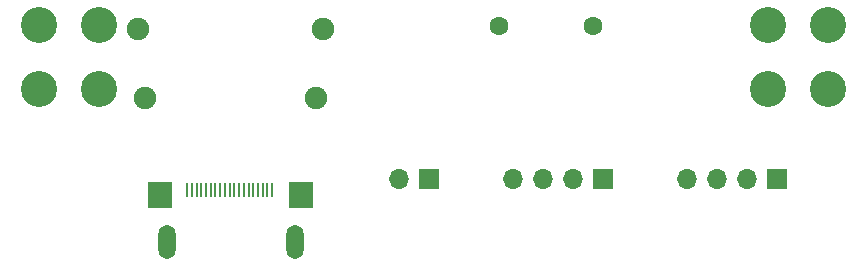
<source format=gbr>
%TF.GenerationSoftware,KiCad,Pcbnew,(6.0.2)*%
%TF.CreationDate,2022-03-04T15:26:31-05:00*%
%TF.ProjectId,Amiga500 Mod PCB Rev A,416d6967-6135-4303-9020-4d6f64205043,rev?*%
%TF.SameCoordinates,Original*%
%TF.FileFunction,Soldermask,Bot*%
%TF.FilePolarity,Negative*%
%FSLAX46Y46*%
G04 Gerber Fmt 4.6, Leading zero omitted, Abs format (unit mm)*
G04 Created by KiCad (PCBNEW (6.0.2)) date 2022-03-04 15:26:31*
%MOMM*%
%LPD*%
G01*
G04 APERTURE LIST*
%ADD10C,1.600000*%
%ADD11C,1.900000*%
%ADD12C,3.048000*%
%ADD13R,1.700000X1.700000*%
%ADD14O,1.700000X1.700000*%
%ADD15R,0.220000X1.250000*%
%ADD16R,2.100000X2.300000*%
%ADD17O,1.450000X2.900000*%
G04 APERTURE END LIST*
D10*
%TO.C,SW2*%
X106506000Y-59182000D03*
X114506000Y-59182000D03*
%TD*%
D11*
%TO.C,J1*%
X76570000Y-65335000D03*
X75970000Y-59435000D03*
X91670000Y-59435000D03*
X91070000Y-65335000D03*
%TD*%
D12*
%TO.C,J7*%
X134366000Y-59097700D03*
X129286000Y-59097700D03*
X129286000Y-64533300D03*
X134366000Y-64533300D03*
%TD*%
%TO.C,J6*%
X72644000Y-59097700D03*
X67564000Y-59097700D03*
X67564000Y-64533300D03*
X72644000Y-64533300D03*
%TD*%
D13*
%TO.C,J3*%
X100589004Y-72136000D03*
D14*
X98049000Y-72136000D03*
%TD*%
D13*
%TO.C,J5*%
X130038000Y-72136000D03*
D14*
X127498000Y-72136000D03*
X124958000Y-72136000D03*
X122418000Y-72136000D03*
%TD*%
D13*
%TO.C,J4*%
X115306000Y-72136000D03*
D14*
X112766000Y-72136000D03*
X110226000Y-72136000D03*
X107686000Y-72136000D03*
%TD*%
D15*
%TO.C,J2*%
X80135000Y-73095000D03*
X80535000Y-73095000D03*
X80935000Y-73095000D03*
X81335000Y-73095000D03*
X81735000Y-73095000D03*
X82135000Y-73095000D03*
X82535000Y-73095000D03*
X82935000Y-73095000D03*
X83335000Y-73095000D03*
X83735000Y-73095000D03*
X84135000Y-73095000D03*
X84535000Y-73095000D03*
X84935000Y-73095000D03*
X85335000Y-73095000D03*
X85735000Y-73095000D03*
X86135000Y-73095000D03*
X86535000Y-73095000D03*
X86935000Y-73095000D03*
X87335000Y-73095000D03*
D16*
X89770000Y-73520000D03*
X77870000Y-73520000D03*
D17*
X89245000Y-77470000D03*
X78395000Y-77470000D03*
%TD*%
M02*

</source>
